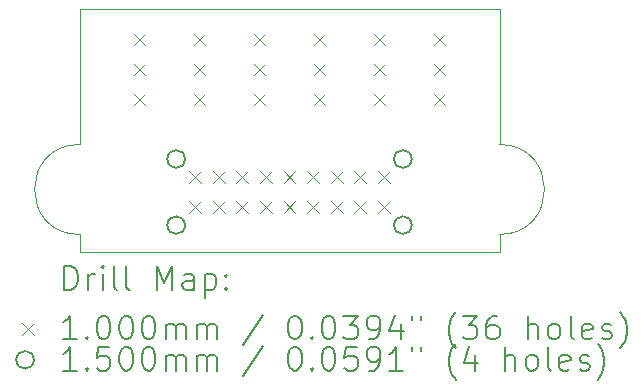
<source format=gbr>
%FSLAX45Y45*%
G04 Gerber Fmt 4.5, Leading zero omitted, Abs format (unit mm)*
G04 Created by KiCad (PCBNEW (6.0.0)) date 2022-01-24 18:04:21*
%MOMM*%
%LPD*%
G01*
G04 APERTURE LIST*
%TA.AperFunction,Profile*%
%ADD10C,0.100000*%
%TD*%
%ADD11C,0.200000*%
%ADD12C,0.100000*%
%ADD13C,0.150000*%
G04 APERTURE END LIST*
D10*
X16764000Y-10439400D02*
X13208000Y-10439400D01*
X13208000Y-10439400D02*
X13208000Y-10287000D01*
X16764000Y-10287000D02*
X16764000Y-10439400D01*
X13208000Y-9525000D02*
G75*
G03*
X13208000Y-10287000I0J-381000D01*
G01*
X13208000Y-8382000D02*
X16764000Y-8382000D01*
X16764000Y-8382000D02*
X16764000Y-9525000D01*
X13208000Y-9525000D02*
X13208000Y-8382000D01*
X16764000Y-10287000D02*
G75*
G03*
X16764000Y-9525000I0J381000D01*
G01*
D11*
D12*
X13666000Y-8586000D02*
X13766000Y-8686000D01*
X13766000Y-8586000D02*
X13666000Y-8686000D01*
X13666000Y-8840000D02*
X13766000Y-8940000D01*
X13766000Y-8840000D02*
X13666000Y-8940000D01*
X13666000Y-9094000D02*
X13766000Y-9194000D01*
X13766000Y-9094000D02*
X13666000Y-9194000D01*
X14136000Y-9753000D02*
X14236000Y-9853000D01*
X14236000Y-9753000D02*
X14136000Y-9853000D01*
X14136000Y-10003000D02*
X14236000Y-10103000D01*
X14236000Y-10003000D02*
X14136000Y-10103000D01*
X14174000Y-8586000D02*
X14274000Y-8686000D01*
X14274000Y-8586000D02*
X14174000Y-8686000D01*
X14174000Y-8840000D02*
X14274000Y-8940000D01*
X14274000Y-8840000D02*
X14174000Y-8940000D01*
X14174000Y-9094000D02*
X14274000Y-9194000D01*
X14274000Y-9094000D02*
X14174000Y-9194000D01*
X14336000Y-9753000D02*
X14436000Y-9853000D01*
X14436000Y-9753000D02*
X14336000Y-9853000D01*
X14336000Y-10003000D02*
X14436000Y-10103000D01*
X14436000Y-10003000D02*
X14336000Y-10103000D01*
X14536000Y-9753000D02*
X14636000Y-9853000D01*
X14636000Y-9753000D02*
X14536000Y-9853000D01*
X14536000Y-10003000D02*
X14636000Y-10103000D01*
X14636000Y-10003000D02*
X14536000Y-10103000D01*
X14682000Y-8586000D02*
X14782000Y-8686000D01*
X14782000Y-8586000D02*
X14682000Y-8686000D01*
X14682000Y-8840000D02*
X14782000Y-8940000D01*
X14782000Y-8840000D02*
X14682000Y-8940000D01*
X14682000Y-9094000D02*
X14782000Y-9194000D01*
X14782000Y-9094000D02*
X14682000Y-9194000D01*
X14736000Y-9753000D02*
X14836000Y-9853000D01*
X14836000Y-9753000D02*
X14736000Y-9853000D01*
X14736000Y-10003000D02*
X14836000Y-10103000D01*
X14836000Y-10003000D02*
X14736000Y-10103000D01*
X14936000Y-9753000D02*
X15036000Y-9853000D01*
X15036000Y-9753000D02*
X14936000Y-9853000D01*
X14936000Y-10003000D02*
X15036000Y-10103000D01*
X15036000Y-10003000D02*
X14936000Y-10103000D01*
X15136000Y-9753000D02*
X15236000Y-9853000D01*
X15236000Y-9753000D02*
X15136000Y-9853000D01*
X15136000Y-10003000D02*
X15236000Y-10103000D01*
X15236000Y-10003000D02*
X15136000Y-10103000D01*
X15190000Y-8586000D02*
X15290000Y-8686000D01*
X15290000Y-8586000D02*
X15190000Y-8686000D01*
X15190000Y-8840000D02*
X15290000Y-8940000D01*
X15290000Y-8840000D02*
X15190000Y-8940000D01*
X15190000Y-9094000D02*
X15290000Y-9194000D01*
X15290000Y-9094000D02*
X15190000Y-9194000D01*
X15336000Y-9753000D02*
X15436000Y-9853000D01*
X15436000Y-9753000D02*
X15336000Y-9853000D01*
X15336000Y-10003000D02*
X15436000Y-10103000D01*
X15436000Y-10003000D02*
X15336000Y-10103000D01*
X15536000Y-9753000D02*
X15636000Y-9853000D01*
X15636000Y-9753000D02*
X15536000Y-9853000D01*
X15536000Y-10003000D02*
X15636000Y-10103000D01*
X15636000Y-10003000D02*
X15536000Y-10103000D01*
X15698000Y-8586000D02*
X15798000Y-8686000D01*
X15798000Y-8586000D02*
X15698000Y-8686000D01*
X15698000Y-8840000D02*
X15798000Y-8940000D01*
X15798000Y-8840000D02*
X15698000Y-8940000D01*
X15698000Y-9094000D02*
X15798000Y-9194000D01*
X15798000Y-9094000D02*
X15698000Y-9194000D01*
X15736000Y-9753000D02*
X15836000Y-9853000D01*
X15836000Y-9753000D02*
X15736000Y-9853000D01*
X15736000Y-10003000D02*
X15836000Y-10103000D01*
X15836000Y-10003000D02*
X15736000Y-10103000D01*
X16206000Y-8586000D02*
X16306000Y-8686000D01*
X16306000Y-8586000D02*
X16206000Y-8686000D01*
X16206000Y-8840000D02*
X16306000Y-8940000D01*
X16306000Y-8840000D02*
X16206000Y-8940000D01*
X16206000Y-9094000D02*
X16306000Y-9194000D01*
X16306000Y-9094000D02*
X16206000Y-9194000D01*
D13*
X14101000Y-9648000D02*
G75*
G03*
X14101000Y-9648000I-75000J0D01*
G01*
X14101000Y-10208000D02*
G75*
G03*
X14101000Y-10208000I-75000J0D01*
G01*
X16021000Y-9648000D02*
G75*
G03*
X16021000Y-9648000I-75000J0D01*
G01*
X16021000Y-10208000D02*
G75*
G03*
X16021000Y-10208000I-75000J0D01*
G01*
D11*
X13079619Y-10754876D02*
X13079619Y-10554876D01*
X13127238Y-10554876D01*
X13155809Y-10564400D01*
X13174857Y-10583448D01*
X13184381Y-10602495D01*
X13193905Y-10640590D01*
X13193905Y-10669162D01*
X13184381Y-10707257D01*
X13174857Y-10726305D01*
X13155809Y-10745352D01*
X13127238Y-10754876D01*
X13079619Y-10754876D01*
X13279619Y-10754876D02*
X13279619Y-10621543D01*
X13279619Y-10659638D02*
X13289143Y-10640590D01*
X13298667Y-10631067D01*
X13317714Y-10621543D01*
X13336762Y-10621543D01*
X13403428Y-10754876D02*
X13403428Y-10621543D01*
X13403428Y-10554876D02*
X13393905Y-10564400D01*
X13403428Y-10573924D01*
X13412952Y-10564400D01*
X13403428Y-10554876D01*
X13403428Y-10573924D01*
X13527238Y-10754876D02*
X13508190Y-10745352D01*
X13498667Y-10726305D01*
X13498667Y-10554876D01*
X13632000Y-10754876D02*
X13612952Y-10745352D01*
X13603428Y-10726305D01*
X13603428Y-10554876D01*
X13860571Y-10754876D02*
X13860571Y-10554876D01*
X13927238Y-10697733D01*
X13993905Y-10554876D01*
X13993905Y-10754876D01*
X14174857Y-10754876D02*
X14174857Y-10650114D01*
X14165333Y-10631067D01*
X14146286Y-10621543D01*
X14108190Y-10621543D01*
X14089143Y-10631067D01*
X14174857Y-10745352D02*
X14155809Y-10754876D01*
X14108190Y-10754876D01*
X14089143Y-10745352D01*
X14079619Y-10726305D01*
X14079619Y-10707257D01*
X14089143Y-10688210D01*
X14108190Y-10678686D01*
X14155809Y-10678686D01*
X14174857Y-10669162D01*
X14270095Y-10621543D02*
X14270095Y-10821543D01*
X14270095Y-10631067D02*
X14289143Y-10621543D01*
X14327238Y-10621543D01*
X14346286Y-10631067D01*
X14355809Y-10640590D01*
X14365333Y-10659638D01*
X14365333Y-10716781D01*
X14355809Y-10735829D01*
X14346286Y-10745352D01*
X14327238Y-10754876D01*
X14289143Y-10754876D01*
X14270095Y-10745352D01*
X14451048Y-10735829D02*
X14460571Y-10745352D01*
X14451048Y-10754876D01*
X14441524Y-10745352D01*
X14451048Y-10735829D01*
X14451048Y-10754876D01*
X14451048Y-10631067D02*
X14460571Y-10640590D01*
X14451048Y-10650114D01*
X14441524Y-10640590D01*
X14451048Y-10631067D01*
X14451048Y-10650114D01*
D12*
X12722000Y-11034400D02*
X12822000Y-11134400D01*
X12822000Y-11034400D02*
X12722000Y-11134400D01*
D11*
X13184381Y-11174876D02*
X13070095Y-11174876D01*
X13127238Y-11174876D02*
X13127238Y-10974876D01*
X13108190Y-11003448D01*
X13089143Y-11022495D01*
X13070095Y-11032019D01*
X13270095Y-11155829D02*
X13279619Y-11165352D01*
X13270095Y-11174876D01*
X13260571Y-11165352D01*
X13270095Y-11155829D01*
X13270095Y-11174876D01*
X13403428Y-10974876D02*
X13422476Y-10974876D01*
X13441524Y-10984400D01*
X13451048Y-10993924D01*
X13460571Y-11012971D01*
X13470095Y-11051067D01*
X13470095Y-11098686D01*
X13460571Y-11136781D01*
X13451048Y-11155829D01*
X13441524Y-11165352D01*
X13422476Y-11174876D01*
X13403428Y-11174876D01*
X13384381Y-11165352D01*
X13374857Y-11155829D01*
X13365333Y-11136781D01*
X13355809Y-11098686D01*
X13355809Y-11051067D01*
X13365333Y-11012971D01*
X13374857Y-10993924D01*
X13384381Y-10984400D01*
X13403428Y-10974876D01*
X13593905Y-10974876D02*
X13612952Y-10974876D01*
X13632000Y-10984400D01*
X13641524Y-10993924D01*
X13651048Y-11012971D01*
X13660571Y-11051067D01*
X13660571Y-11098686D01*
X13651048Y-11136781D01*
X13641524Y-11155829D01*
X13632000Y-11165352D01*
X13612952Y-11174876D01*
X13593905Y-11174876D01*
X13574857Y-11165352D01*
X13565333Y-11155829D01*
X13555809Y-11136781D01*
X13546286Y-11098686D01*
X13546286Y-11051067D01*
X13555809Y-11012971D01*
X13565333Y-10993924D01*
X13574857Y-10984400D01*
X13593905Y-10974876D01*
X13784381Y-10974876D02*
X13803428Y-10974876D01*
X13822476Y-10984400D01*
X13832000Y-10993924D01*
X13841524Y-11012971D01*
X13851048Y-11051067D01*
X13851048Y-11098686D01*
X13841524Y-11136781D01*
X13832000Y-11155829D01*
X13822476Y-11165352D01*
X13803428Y-11174876D01*
X13784381Y-11174876D01*
X13765333Y-11165352D01*
X13755809Y-11155829D01*
X13746286Y-11136781D01*
X13736762Y-11098686D01*
X13736762Y-11051067D01*
X13746286Y-11012971D01*
X13755809Y-10993924D01*
X13765333Y-10984400D01*
X13784381Y-10974876D01*
X13936762Y-11174876D02*
X13936762Y-11041543D01*
X13936762Y-11060590D02*
X13946286Y-11051067D01*
X13965333Y-11041543D01*
X13993905Y-11041543D01*
X14012952Y-11051067D01*
X14022476Y-11070114D01*
X14022476Y-11174876D01*
X14022476Y-11070114D02*
X14032000Y-11051067D01*
X14051048Y-11041543D01*
X14079619Y-11041543D01*
X14098667Y-11051067D01*
X14108190Y-11070114D01*
X14108190Y-11174876D01*
X14203428Y-11174876D02*
X14203428Y-11041543D01*
X14203428Y-11060590D02*
X14212952Y-11051067D01*
X14232000Y-11041543D01*
X14260571Y-11041543D01*
X14279619Y-11051067D01*
X14289143Y-11070114D01*
X14289143Y-11174876D01*
X14289143Y-11070114D02*
X14298667Y-11051067D01*
X14317714Y-11041543D01*
X14346286Y-11041543D01*
X14365333Y-11051067D01*
X14374857Y-11070114D01*
X14374857Y-11174876D01*
X14765333Y-10965352D02*
X14593905Y-11222495D01*
X15022476Y-10974876D02*
X15041524Y-10974876D01*
X15060571Y-10984400D01*
X15070095Y-10993924D01*
X15079619Y-11012971D01*
X15089143Y-11051067D01*
X15089143Y-11098686D01*
X15079619Y-11136781D01*
X15070095Y-11155829D01*
X15060571Y-11165352D01*
X15041524Y-11174876D01*
X15022476Y-11174876D01*
X15003428Y-11165352D01*
X14993905Y-11155829D01*
X14984381Y-11136781D01*
X14974857Y-11098686D01*
X14974857Y-11051067D01*
X14984381Y-11012971D01*
X14993905Y-10993924D01*
X15003428Y-10984400D01*
X15022476Y-10974876D01*
X15174857Y-11155829D02*
X15184381Y-11165352D01*
X15174857Y-11174876D01*
X15165333Y-11165352D01*
X15174857Y-11155829D01*
X15174857Y-11174876D01*
X15308190Y-10974876D02*
X15327238Y-10974876D01*
X15346286Y-10984400D01*
X15355809Y-10993924D01*
X15365333Y-11012971D01*
X15374857Y-11051067D01*
X15374857Y-11098686D01*
X15365333Y-11136781D01*
X15355809Y-11155829D01*
X15346286Y-11165352D01*
X15327238Y-11174876D01*
X15308190Y-11174876D01*
X15289143Y-11165352D01*
X15279619Y-11155829D01*
X15270095Y-11136781D01*
X15260571Y-11098686D01*
X15260571Y-11051067D01*
X15270095Y-11012971D01*
X15279619Y-10993924D01*
X15289143Y-10984400D01*
X15308190Y-10974876D01*
X15441524Y-10974876D02*
X15565333Y-10974876D01*
X15498667Y-11051067D01*
X15527238Y-11051067D01*
X15546286Y-11060590D01*
X15555809Y-11070114D01*
X15565333Y-11089162D01*
X15565333Y-11136781D01*
X15555809Y-11155829D01*
X15546286Y-11165352D01*
X15527238Y-11174876D01*
X15470095Y-11174876D01*
X15451048Y-11165352D01*
X15441524Y-11155829D01*
X15660571Y-11174876D02*
X15698667Y-11174876D01*
X15717714Y-11165352D01*
X15727238Y-11155829D01*
X15746286Y-11127257D01*
X15755809Y-11089162D01*
X15755809Y-11012971D01*
X15746286Y-10993924D01*
X15736762Y-10984400D01*
X15717714Y-10974876D01*
X15679619Y-10974876D01*
X15660571Y-10984400D01*
X15651048Y-10993924D01*
X15641524Y-11012971D01*
X15641524Y-11060590D01*
X15651048Y-11079638D01*
X15660571Y-11089162D01*
X15679619Y-11098686D01*
X15717714Y-11098686D01*
X15736762Y-11089162D01*
X15746286Y-11079638D01*
X15755809Y-11060590D01*
X15927238Y-11041543D02*
X15927238Y-11174876D01*
X15879619Y-10965352D02*
X15832000Y-11108210D01*
X15955809Y-11108210D01*
X16022476Y-10974876D02*
X16022476Y-11012971D01*
X16098667Y-10974876D02*
X16098667Y-11012971D01*
X16393905Y-11251067D02*
X16384381Y-11241543D01*
X16365333Y-11212971D01*
X16355809Y-11193924D01*
X16346286Y-11165352D01*
X16336762Y-11117733D01*
X16336762Y-11079638D01*
X16346286Y-11032019D01*
X16355809Y-11003448D01*
X16365333Y-10984400D01*
X16384381Y-10955829D01*
X16393905Y-10946305D01*
X16451048Y-10974876D02*
X16574857Y-10974876D01*
X16508190Y-11051067D01*
X16536762Y-11051067D01*
X16555809Y-11060590D01*
X16565333Y-11070114D01*
X16574857Y-11089162D01*
X16574857Y-11136781D01*
X16565333Y-11155829D01*
X16555809Y-11165352D01*
X16536762Y-11174876D01*
X16479619Y-11174876D01*
X16460571Y-11165352D01*
X16451048Y-11155829D01*
X16746286Y-10974876D02*
X16708190Y-10974876D01*
X16689143Y-10984400D01*
X16679619Y-10993924D01*
X16660571Y-11022495D01*
X16651048Y-11060590D01*
X16651048Y-11136781D01*
X16660571Y-11155829D01*
X16670095Y-11165352D01*
X16689143Y-11174876D01*
X16727238Y-11174876D01*
X16746286Y-11165352D01*
X16755809Y-11155829D01*
X16765333Y-11136781D01*
X16765333Y-11089162D01*
X16755809Y-11070114D01*
X16746286Y-11060590D01*
X16727238Y-11051067D01*
X16689143Y-11051067D01*
X16670095Y-11060590D01*
X16660571Y-11070114D01*
X16651048Y-11089162D01*
X17003429Y-11174876D02*
X17003429Y-10974876D01*
X17089143Y-11174876D02*
X17089143Y-11070114D01*
X17079619Y-11051067D01*
X17060571Y-11041543D01*
X17032000Y-11041543D01*
X17012952Y-11051067D01*
X17003429Y-11060590D01*
X17212952Y-11174876D02*
X17193905Y-11165352D01*
X17184381Y-11155829D01*
X17174857Y-11136781D01*
X17174857Y-11079638D01*
X17184381Y-11060590D01*
X17193905Y-11051067D01*
X17212952Y-11041543D01*
X17241524Y-11041543D01*
X17260571Y-11051067D01*
X17270095Y-11060590D01*
X17279619Y-11079638D01*
X17279619Y-11136781D01*
X17270095Y-11155829D01*
X17260571Y-11165352D01*
X17241524Y-11174876D01*
X17212952Y-11174876D01*
X17393905Y-11174876D02*
X17374857Y-11165352D01*
X17365333Y-11146305D01*
X17365333Y-10974876D01*
X17546286Y-11165352D02*
X17527238Y-11174876D01*
X17489143Y-11174876D01*
X17470095Y-11165352D01*
X17460571Y-11146305D01*
X17460571Y-11070114D01*
X17470095Y-11051067D01*
X17489143Y-11041543D01*
X17527238Y-11041543D01*
X17546286Y-11051067D01*
X17555810Y-11070114D01*
X17555810Y-11089162D01*
X17460571Y-11108210D01*
X17632000Y-11165352D02*
X17651048Y-11174876D01*
X17689143Y-11174876D01*
X17708190Y-11165352D01*
X17717714Y-11146305D01*
X17717714Y-11136781D01*
X17708190Y-11117733D01*
X17689143Y-11108210D01*
X17660571Y-11108210D01*
X17641524Y-11098686D01*
X17632000Y-11079638D01*
X17632000Y-11070114D01*
X17641524Y-11051067D01*
X17660571Y-11041543D01*
X17689143Y-11041543D01*
X17708190Y-11051067D01*
X17784381Y-11251067D02*
X17793905Y-11241543D01*
X17812952Y-11212971D01*
X17822476Y-11193924D01*
X17832000Y-11165352D01*
X17841524Y-11117733D01*
X17841524Y-11079638D01*
X17832000Y-11032019D01*
X17822476Y-11003448D01*
X17812952Y-10984400D01*
X17793905Y-10955829D01*
X17784381Y-10946305D01*
D13*
X12822000Y-11348400D02*
G75*
G03*
X12822000Y-11348400I-75000J0D01*
G01*
D11*
X13184381Y-11438876D02*
X13070095Y-11438876D01*
X13127238Y-11438876D02*
X13127238Y-11238876D01*
X13108190Y-11267448D01*
X13089143Y-11286495D01*
X13070095Y-11296019D01*
X13270095Y-11419828D02*
X13279619Y-11429352D01*
X13270095Y-11438876D01*
X13260571Y-11429352D01*
X13270095Y-11419828D01*
X13270095Y-11438876D01*
X13460571Y-11238876D02*
X13365333Y-11238876D01*
X13355809Y-11334114D01*
X13365333Y-11324590D01*
X13384381Y-11315067D01*
X13432000Y-11315067D01*
X13451048Y-11324590D01*
X13460571Y-11334114D01*
X13470095Y-11353162D01*
X13470095Y-11400781D01*
X13460571Y-11419828D01*
X13451048Y-11429352D01*
X13432000Y-11438876D01*
X13384381Y-11438876D01*
X13365333Y-11429352D01*
X13355809Y-11419828D01*
X13593905Y-11238876D02*
X13612952Y-11238876D01*
X13632000Y-11248400D01*
X13641524Y-11257924D01*
X13651048Y-11276971D01*
X13660571Y-11315067D01*
X13660571Y-11362686D01*
X13651048Y-11400781D01*
X13641524Y-11419828D01*
X13632000Y-11429352D01*
X13612952Y-11438876D01*
X13593905Y-11438876D01*
X13574857Y-11429352D01*
X13565333Y-11419828D01*
X13555809Y-11400781D01*
X13546286Y-11362686D01*
X13546286Y-11315067D01*
X13555809Y-11276971D01*
X13565333Y-11257924D01*
X13574857Y-11248400D01*
X13593905Y-11238876D01*
X13784381Y-11238876D02*
X13803428Y-11238876D01*
X13822476Y-11248400D01*
X13832000Y-11257924D01*
X13841524Y-11276971D01*
X13851048Y-11315067D01*
X13851048Y-11362686D01*
X13841524Y-11400781D01*
X13832000Y-11419828D01*
X13822476Y-11429352D01*
X13803428Y-11438876D01*
X13784381Y-11438876D01*
X13765333Y-11429352D01*
X13755809Y-11419828D01*
X13746286Y-11400781D01*
X13736762Y-11362686D01*
X13736762Y-11315067D01*
X13746286Y-11276971D01*
X13755809Y-11257924D01*
X13765333Y-11248400D01*
X13784381Y-11238876D01*
X13936762Y-11438876D02*
X13936762Y-11305543D01*
X13936762Y-11324590D02*
X13946286Y-11315067D01*
X13965333Y-11305543D01*
X13993905Y-11305543D01*
X14012952Y-11315067D01*
X14022476Y-11334114D01*
X14022476Y-11438876D01*
X14022476Y-11334114D02*
X14032000Y-11315067D01*
X14051048Y-11305543D01*
X14079619Y-11305543D01*
X14098667Y-11315067D01*
X14108190Y-11334114D01*
X14108190Y-11438876D01*
X14203428Y-11438876D02*
X14203428Y-11305543D01*
X14203428Y-11324590D02*
X14212952Y-11315067D01*
X14232000Y-11305543D01*
X14260571Y-11305543D01*
X14279619Y-11315067D01*
X14289143Y-11334114D01*
X14289143Y-11438876D01*
X14289143Y-11334114D02*
X14298667Y-11315067D01*
X14317714Y-11305543D01*
X14346286Y-11305543D01*
X14365333Y-11315067D01*
X14374857Y-11334114D01*
X14374857Y-11438876D01*
X14765333Y-11229352D02*
X14593905Y-11486495D01*
X15022476Y-11238876D02*
X15041524Y-11238876D01*
X15060571Y-11248400D01*
X15070095Y-11257924D01*
X15079619Y-11276971D01*
X15089143Y-11315067D01*
X15089143Y-11362686D01*
X15079619Y-11400781D01*
X15070095Y-11419828D01*
X15060571Y-11429352D01*
X15041524Y-11438876D01*
X15022476Y-11438876D01*
X15003428Y-11429352D01*
X14993905Y-11419828D01*
X14984381Y-11400781D01*
X14974857Y-11362686D01*
X14974857Y-11315067D01*
X14984381Y-11276971D01*
X14993905Y-11257924D01*
X15003428Y-11248400D01*
X15022476Y-11238876D01*
X15174857Y-11419828D02*
X15184381Y-11429352D01*
X15174857Y-11438876D01*
X15165333Y-11429352D01*
X15174857Y-11419828D01*
X15174857Y-11438876D01*
X15308190Y-11238876D02*
X15327238Y-11238876D01*
X15346286Y-11248400D01*
X15355809Y-11257924D01*
X15365333Y-11276971D01*
X15374857Y-11315067D01*
X15374857Y-11362686D01*
X15365333Y-11400781D01*
X15355809Y-11419828D01*
X15346286Y-11429352D01*
X15327238Y-11438876D01*
X15308190Y-11438876D01*
X15289143Y-11429352D01*
X15279619Y-11419828D01*
X15270095Y-11400781D01*
X15260571Y-11362686D01*
X15260571Y-11315067D01*
X15270095Y-11276971D01*
X15279619Y-11257924D01*
X15289143Y-11248400D01*
X15308190Y-11238876D01*
X15555809Y-11238876D02*
X15460571Y-11238876D01*
X15451048Y-11334114D01*
X15460571Y-11324590D01*
X15479619Y-11315067D01*
X15527238Y-11315067D01*
X15546286Y-11324590D01*
X15555809Y-11334114D01*
X15565333Y-11353162D01*
X15565333Y-11400781D01*
X15555809Y-11419828D01*
X15546286Y-11429352D01*
X15527238Y-11438876D01*
X15479619Y-11438876D01*
X15460571Y-11429352D01*
X15451048Y-11419828D01*
X15660571Y-11438876D02*
X15698667Y-11438876D01*
X15717714Y-11429352D01*
X15727238Y-11419828D01*
X15746286Y-11391257D01*
X15755809Y-11353162D01*
X15755809Y-11276971D01*
X15746286Y-11257924D01*
X15736762Y-11248400D01*
X15717714Y-11238876D01*
X15679619Y-11238876D01*
X15660571Y-11248400D01*
X15651048Y-11257924D01*
X15641524Y-11276971D01*
X15641524Y-11324590D01*
X15651048Y-11343638D01*
X15660571Y-11353162D01*
X15679619Y-11362686D01*
X15717714Y-11362686D01*
X15736762Y-11353162D01*
X15746286Y-11343638D01*
X15755809Y-11324590D01*
X15946286Y-11438876D02*
X15832000Y-11438876D01*
X15889143Y-11438876D02*
X15889143Y-11238876D01*
X15870095Y-11267448D01*
X15851048Y-11286495D01*
X15832000Y-11296019D01*
X16022476Y-11238876D02*
X16022476Y-11276971D01*
X16098667Y-11238876D02*
X16098667Y-11276971D01*
X16393905Y-11515067D02*
X16384381Y-11505543D01*
X16365333Y-11476971D01*
X16355809Y-11457924D01*
X16346286Y-11429352D01*
X16336762Y-11381733D01*
X16336762Y-11343638D01*
X16346286Y-11296019D01*
X16355809Y-11267448D01*
X16365333Y-11248400D01*
X16384381Y-11219828D01*
X16393905Y-11210305D01*
X16555809Y-11305543D02*
X16555809Y-11438876D01*
X16508190Y-11229352D02*
X16460571Y-11372209D01*
X16584381Y-11372209D01*
X16812952Y-11438876D02*
X16812952Y-11238876D01*
X16898667Y-11438876D02*
X16898667Y-11334114D01*
X16889143Y-11315067D01*
X16870095Y-11305543D01*
X16841524Y-11305543D01*
X16822476Y-11315067D01*
X16812952Y-11324590D01*
X17022476Y-11438876D02*
X17003429Y-11429352D01*
X16993905Y-11419828D01*
X16984381Y-11400781D01*
X16984381Y-11343638D01*
X16993905Y-11324590D01*
X17003429Y-11315067D01*
X17022476Y-11305543D01*
X17051048Y-11305543D01*
X17070095Y-11315067D01*
X17079619Y-11324590D01*
X17089143Y-11343638D01*
X17089143Y-11400781D01*
X17079619Y-11419828D01*
X17070095Y-11429352D01*
X17051048Y-11438876D01*
X17022476Y-11438876D01*
X17203429Y-11438876D02*
X17184381Y-11429352D01*
X17174857Y-11410305D01*
X17174857Y-11238876D01*
X17355810Y-11429352D02*
X17336762Y-11438876D01*
X17298667Y-11438876D01*
X17279619Y-11429352D01*
X17270095Y-11410305D01*
X17270095Y-11334114D01*
X17279619Y-11315067D01*
X17298667Y-11305543D01*
X17336762Y-11305543D01*
X17355810Y-11315067D01*
X17365333Y-11334114D01*
X17365333Y-11353162D01*
X17270095Y-11372209D01*
X17441524Y-11429352D02*
X17460571Y-11438876D01*
X17498667Y-11438876D01*
X17517714Y-11429352D01*
X17527238Y-11410305D01*
X17527238Y-11400781D01*
X17517714Y-11381733D01*
X17498667Y-11372209D01*
X17470095Y-11372209D01*
X17451048Y-11362686D01*
X17441524Y-11343638D01*
X17441524Y-11334114D01*
X17451048Y-11315067D01*
X17470095Y-11305543D01*
X17498667Y-11305543D01*
X17517714Y-11315067D01*
X17593905Y-11515067D02*
X17603429Y-11505543D01*
X17622476Y-11476971D01*
X17632000Y-11457924D01*
X17641524Y-11429352D01*
X17651048Y-11381733D01*
X17651048Y-11343638D01*
X17641524Y-11296019D01*
X17632000Y-11267448D01*
X17622476Y-11248400D01*
X17603429Y-11219828D01*
X17593905Y-11210305D01*
M02*

</source>
